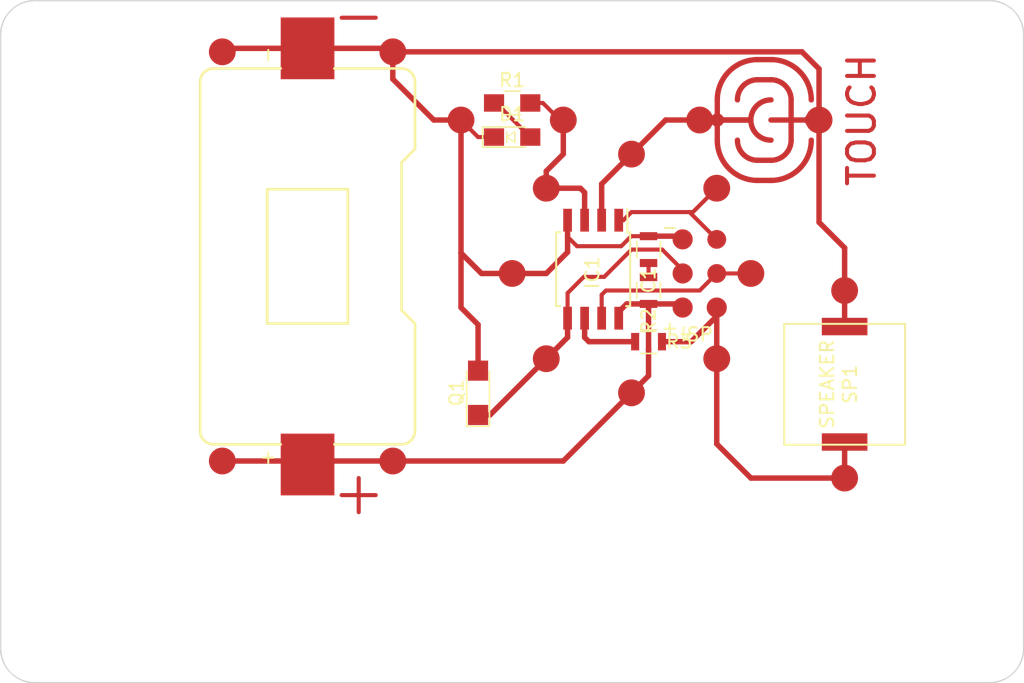
<source format=kicad_pcb>
(kicad_pcb (version 4) (host pcbnew 4.0.6)

  (general
    (links 41)
    (no_connects 3)
    (area 122.758999 58.877999 199.059001 109.778001)
    (thickness 1.6)
    (drawings 11)
    (tracks 109)
    (zones 0)
    (modules 29)
    (nets 10)
  )

  (page USLetter)
  (layers
    (0 F.Cu signal)
    (31 B.Cu signal)
    (32 B.Adhes user)
    (33 F.Adhes user)
    (34 B.Paste user)
    (35 F.Paste user)
    (36 B.SilkS user)
    (37 F.SilkS user)
    (38 B.Mask user)
    (39 F.Mask user)
    (40 Dwgs.User user)
    (41 Cmts.User user)
    (42 Eco1.User user)
    (43 Eco2.User user)
    (44 Edge.Cuts user)
    (45 Margin user)
    (46 B.CrtYd user)
    (47 F.CrtYd user)
    (48 B.Fab user)
    (49 F.Fab user)
  )

  (setup
    (last_trace_width 0.4064)
    (user_trace_width 0.254)
    (user_trace_width 0.3048)
    (user_trace_width 0.4064)
    (user_trace_width 0.6096)
    (trace_clearance 0.2)
    (zone_clearance 0.508)
    (zone_45_only no)
    (trace_min 0.2)
    (segment_width 0.2)
    (edge_width 0.1)
    (via_size 0.6)
    (via_drill 0.4)
    (via_min_size 0.4)
    (via_min_drill 0.3)
    (uvia_size 0.3)
    (uvia_drill 0.1)
    (uvias_allowed no)
    (uvia_min_size 0.2)
    (uvia_min_drill 0.1)
    (pcb_text_width 0.3)
    (pcb_text_size 1.27 1.27)
    (mod_edge_width 0.15)
    (mod_text_size 1.016 1.016)
    (mod_text_width 0.127)
    (pad_size 1.5 1.5)
    (pad_drill 0)
    (pad_to_mask_clearance 0)
    (aux_axis_origin 111.76 109.855)
    (grid_origin 0.889 0.508)
    (visible_elements 7FFFFFFF)
    (pcbplotparams
      (layerselection 0x010a0_00000001)
      (usegerberextensions true)
      (excludeedgelayer true)
      (linewidth 0.100000)
      (plotframeref false)
      (viasonmask false)
      (mode 1)
      (useauxorigin false)
      (hpglpennumber 1)
      (hpglpenspeed 20)
      (hpglpendiameter 15)
      (hpglpenoverlay 2)
      (psnegative false)
      (psa4output false)
      (plotreference true)
      (plotvalue true)
      (plotinvisibletext false)
      (padsonsilk false)
      (subtractmaskfromsilk false)
      (outputformat 1)
      (mirror false)
      (drillshape 0)
      (scaleselection 1)
      (outputdirectory gerbers/))
  )

  (net 0 "")
  (net 1 GND)
  (net 2 +BATT)
  (net 3 /RST)
  (net 4 /D3)
  (net 5 /D4)
  (net 6 "Net-(D1-Pad2)")
  (net 7 /D1)
  (net 8 /D2)
  (net 9 /D0)

  (net_class Default "This is the default net class."
    (clearance 0.2)
    (trace_width 0.25)
    (via_dia 0.6)
    (via_drill 0.4)
    (uvia_dia 0.3)
    (uvia_drill 0.1)
    (add_net +BATT)
    (add_net /D0)
    (add_net /D1)
    (add_net /D2)
    (add_net /D3)
    (add_net /D4)
    (add_net /RST)
    (add_net GND)
    (add_net "Net-(D1-Pad2)")
  )

  (module myFootPrints:SW_SMD_TOUCH (layer F.Cu) (tedit 5C9BABF6) (tstamp 5A94E024)
    (at 178.689 67.818 270)
    (path /5A7D01B3)
    (fp_text reference J1 (at 0.127 4.572 270) (layer F.SilkS) hide
      (effects (font (size 1.016 1.016) (thickness 0.2032)))
    )
    (fp_text value TOUCH (at 0.254 -4.572 270) (layer F.SilkS) hide
      (effects (font (size 1.016 1.016) (thickness 0.254)))
    )
    (fp_line (start 0 -1.5) (end 0 -4.5) (layer F.Cu) (width 0.4))
    (fp_line (start 0 2.5) (end 0 0) (layer F.Cu) (width 0.4))
    (fp_line (start -1.5 2.5) (end 1.5 2.5) (layer F.Cu) (width 0.4))
    (fp_line (start -4.5 -0.5) (end -4.5 -1.5) (layer F.Cu) (width 0.4))
    (fp_line (start 4.5 -0.5) (end 4.5 -1.5) (layer F.Cu) (width 0.4))
    (fp_arc (start -1.5 -1.5) (end -4.5 -1.5) (angle 90) (layer F.Cu) (width 0.4))
    (fp_arc (start -1.5 -0.5) (end -1.5 2.5) (angle 90) (layer F.Cu) (width 0.4))
    (fp_arc (start 1.5 -1.5) (end 1.5 -4.5) (angle 90) (layer F.Cu) (width 0.4))
    (fp_arc (start 1.5 -0.5) (end 4.5 -0.5) (angle 90) (layer F.Cu) (width 0.4))
    (fp_line (start 3 -1.5) (end 3 -0.5) (layer F.Cu) (width 0.4))
    (fp_line (start -3 -1.5) (end -3 -0.5) (layer F.Cu) (width 0.4))
    (fp_arc (start -1.5 -0.5) (end -1.5 1) (angle 90) (layer F.Cu) (width 0.4))
    (fp_arc (start 1.5 -0.5) (end 3 -0.5) (angle 90) (layer F.Cu) (width 0.4))
    (fp_line (start -1.5 -3) (end 1.5 -3) (layer F.Cu) (width 0.4))
    (fp_arc (start 0 -1.5) (end 0 0) (angle 90) (layer F.Cu) (width 0.4))
    (fp_arc (start 0 -1.5) (end 1.5 -1.5) (angle 90) (layer F.Cu) (width 0.4))
    (fp_arc (start 1.5 -1.5) (end 1.5 -3) (angle 90) (layer F.Cu) (width 0.4))
    (fp_arc (start -1.5 -1.5) (end -3 -1.5) (angle 90) (layer F.Cu) (width 0.4))
    (pad 2 smd circle (at 0 2.5 270) (size 1 1) (layers F.Cu)
      (net 4 /D3))
    (pad 1 smd circle (at 0 -4.5 270) (size 1 1) (layers F.Cu)
      (net 1 GND))
  )

  (module footprints:SewPad (layer F.Cu) (tedit 5C9A7292) (tstamp 5C9A863A)
    (at 152.019 93.218)
    (descr "Through hole angled pin header, 1x01, 1.00mm pitch, 2.0mm pin length, single row")
    (tags "Through hole angled pin header THT 1x01 1.00mm single row")
    (path /5C9A7C13)
    (fp_text reference JB1 (at 0 -0.25) (layer F.SilkS) hide
      (effects (font (size 0.5 0.5) (thickness 0.125)))
    )
    (fp_text value PAD (at 0 0.5) (layer F.Fab)
      (effects (font (size 0.6 0.6) (thickness 0.15)))
    )
    (pad 1 smd circle (at 0 0) (size 2 2) (layers F.Cu F.Mask)
      (net 2 +BATT))
    (model ${KISYS3DMOD}/Pin_Headers.3dshapes/Pin_Header_Angled_1x01_Pitch1.00mm.wrl
      (at (xyz 0 0 0))
      (scale (xyz 1 1 1))
      (rotate (xyz 0 0 0))
    )
  )

  (module footprints:SewPad (layer F.Cu) (tedit 5C9A7292) (tstamp 5C9A860B)
    (at 139.319 62.738)
    (descr "Through hole angled pin header, 1x01, 1.00mm pitch, 2.0mm pin length, single row")
    (tags "Through hole angled pin header THT 1x01 1.00mm single row")
    (path /5C9A7CEA)
    (fp_text reference JB2 (at 0 -0.25) (layer F.SilkS) hide
      (effects (font (size 0.5 0.5) (thickness 0.125)))
    )
    (fp_text value PAD (at 0 0.5) (layer F.Fab)
      (effects (font (size 0.6 0.6) (thickness 0.15)))
    )
    (pad 1 smd circle (at 0 0) (size 2 2) (layers F.Cu F.Mask)
      (net 1 GND))
    (model ${KISYS3DMOD}/Pin_Headers.3dshapes/Pin_Header_Angled_1x01_Pitch1.00mm.wrl
      (at (xyz 0 0 0))
      (scale (xyz 1 1 1))
      (rotate (xyz 0 0 0))
    )
  )

  (module footprints:Pin_Header_Straight_2x03_Pitch2.54mm (layer F.Cu) (tedit 5C9B8E35) (tstamp 5A7BED43)
    (at 176.149 81.788 180)
    (descr "Through hole straight pin header, 2x03, 2.54mm pitch, double rows")
    (tags "Through hole pin header THT 2x03 2.54mm double row")
    (path /561A9A26)
    (fp_text reference CON1 (at 1.2 2.5 270) (layer F.SilkS) hide
      (effects (font (size 1 1) (thickness 0.15)))
    )
    (fp_text value ISP (at 1.5 -2 180) (layer F.SilkS)
      (effects (font (size 1 1) (thickness 0.15)))
    )
    (fp_text user - (at 3.5 6 180) (layer F.SilkS)
      (effects (font (size 1 1) (thickness 0.15)))
    )
    (fp_text user + (at 3.5 -1.5 180) (layer F.SilkS)
      (effects (font (size 1 1) (thickness 0.15)))
    )
    (fp_line (start 0 -1.27) (end 3.81 -1.27) (layer F.Fab) (width 0.1))
    (fp_line (start 3.81 -1.27) (end 3.81 6.35) (layer F.Fab) (width 0.1))
    (fp_line (start 3.81 6.35) (end -1.27 6.35) (layer F.Fab) (width 0.1))
    (fp_line (start -1.27 6.35) (end -1.27 0) (layer F.Fab) (width 0.1))
    (fp_line (start -1.27 0) (end 0 -1.27) (layer F.Fab) (width 0.1))
    (fp_line (start -1.8 -1.8) (end -1.8 6.85) (layer F.CrtYd) (width 0.05))
    (fp_line (start -1.8 6.85) (end 4.35 6.85) (layer F.CrtYd) (width 0.05))
    (fp_line (start 4.35 6.85) (end 4.35 -1.8) (layer F.CrtYd) (width 0.05))
    (fp_line (start 4.35 -1.8) (end -1.8 -1.8) (layer F.CrtYd) (width 0.05))
    (fp_text user %R (at 1.27 2.54 270) (layer F.Fab)
      (effects (font (size 1 1) (thickness 0.15)))
    )
    (pad 1 smd circle (at 0 0 180) (size 1.5 1.5) (layers F.Cu)
      (net 7 /D1))
    (pad 2 smd oval (at 2.54 0 180) (size 1.5 1.5) (layers F.Cu)
      (net 2 +BATT))
    (pad 3 smd circle (at 0 2.54 180) (size 1.4 1.4) (layers F.Cu)
      (net 8 /D2))
    (pad 4 smd oval (at 2.54 2.54 180) (size 1.5 1.5) (layers F.Cu)
      (net 9 /D0))
    (pad 5 smd circle (at 0 5.08 180) (size 1.4 1.4) (layers F.Cu)
      (net 3 /RST))
    (pad 6 smd circle (at 2.54 5.08 180) (size 1.5 1.5) (layers F.Cu)
      (net 1 GND))
  )

  (module Resistors_SMD:R_0805 (layer F.Cu) (tedit 5C9A81B7) (tstamp 5C9A81AC)
    (at 171.069 77.47 270)
    (descr "Resistor SMD 0805, reflow soldering, Vishay (see dcrcw.pdf)")
    (tags "resistor 0805")
    (path /553FDF53)
    (attr smd)
    (fp_text reference C1 (at 2.286 0 270) (layer F.SilkS)
      (effects (font (size 1 1) (thickness 0.15)))
    )
    (fp_text value "0.1 uF" (at 0 1.75 270) (layer F.Fab)
      (effects (font (size 1 1) (thickness 0.15)))
    )
    (fp_text user %R (at 0 0 270) (layer F.Fab)
      (effects (font (size 0.5 0.5) (thickness 0.075)))
    )
    (fp_line (start -1 0.62) (end -1 -0.62) (layer F.Fab) (width 0.1))
    (fp_line (start 1 0.62) (end -1 0.62) (layer F.Fab) (width 0.1))
    (fp_line (start 1 -0.62) (end 1 0.62) (layer F.Fab) (width 0.1))
    (fp_line (start -1 -0.62) (end 1 -0.62) (layer F.Fab) (width 0.1))
    (fp_line (start 0.6 0.88) (end -0.6 0.88) (layer F.SilkS) (width 0.12))
    (fp_line (start -0.6 -0.88) (end 0.6 -0.88) (layer F.SilkS) (width 0.12))
    (fp_line (start -1.55 -0.9) (end 1.55 -0.9) (layer F.CrtYd) (width 0.05))
    (fp_line (start -1.55 -0.9) (end -1.55 0.9) (layer F.CrtYd) (width 0.05))
    (fp_line (start 1.55 0.9) (end 1.55 -0.9) (layer F.CrtYd) (width 0.05))
    (fp_line (start 1.55 0.9) (end -1.55 0.9) (layer F.CrtYd) (width 0.05))
    (pad 1 smd rect (at -1 0 270) (size 0.6 1.3) (layers F.Cu F.Paste F.Mask)
      (net 1 GND))
    (pad 2 smd rect (at 1 0 270) (size 0.6 1.3) (layers F.Cu F.Paste F.Mask)
      (net 2 +BATT))
    (model ${KISYS3DMOD}/Resistors_SMD.3dshapes/R_0805.wrl
      (at (xyz 0 0 0))
      (scale (xyz 1 1 1))
      (rotate (xyz 0 0 0))
    )
  )

  (module Resistors_SMD:R_0805 (layer F.Cu) (tedit 5C99664C) (tstamp 5C9A7BCD)
    (at 171.069 80.518 270)
    (descr "Resistor SMD 0805, reflow soldering, Vishay (see dcrcw.pdf)")
    (tags "resistor 0805")
    (path /5C9B9776)
    (attr smd)
    (fp_text reference R2 (at 2.286 0 270) (layer F.SilkS)
      (effects (font (size 1 1) (thickness 0.15)))
    )
    (fp_text value 0 (at 0 1.75 270) (layer F.Fab)
      (effects (font (size 1 1) (thickness 0.15)))
    )
    (fp_text user %R (at 0 0 270) (layer F.Fab)
      (effects (font (size 0.5 0.5) (thickness 0.075)))
    )
    (fp_line (start -1 0.62) (end -1 -0.62) (layer F.Fab) (width 0.1))
    (fp_line (start 1 0.62) (end -1 0.62) (layer F.Fab) (width 0.1))
    (fp_line (start 1 -0.62) (end 1 0.62) (layer F.Fab) (width 0.1))
    (fp_line (start -1 -0.62) (end 1 -0.62) (layer F.Fab) (width 0.1))
    (fp_line (start 0.6 0.88) (end -0.6 0.88) (layer F.SilkS) (width 0.12))
    (fp_line (start -0.6 -0.88) (end 0.6 -0.88) (layer F.SilkS) (width 0.12))
    (fp_line (start -1.55 -0.9) (end 1.55 -0.9) (layer F.CrtYd) (width 0.05))
    (fp_line (start -1.55 -0.9) (end -1.55 0.9) (layer F.CrtYd) (width 0.05))
    (fp_line (start 1.55 0.9) (end 1.55 -0.9) (layer F.CrtYd) (width 0.05))
    (fp_line (start 1.55 0.9) (end -1.55 0.9) (layer F.CrtYd) (width 0.05))
    (pad 1 smd rect (at -1 0 270) (size 0.6 1.3) (layers F.Cu F.Paste F.Mask)
      (net 2 +BATT))
    (pad 2 smd rect (at 1 0 270) (size 0.6 1.3) (layers F.Cu F.Paste F.Mask)
      (net 2 +BATT))
    (model ${KISYS3DMOD}/Resistors_SMD.3dshapes/R_0805.wrl
      (at (xyz 0 0 0))
      (scale (xyz 1 1 1))
      (rotate (xyz 0 0 0))
    )
  )

  (module Resistors_SMD:R_0805 (layer F.Cu) (tedit 5C9B897D) (tstamp 5C8A8B15)
    (at 171.069 84.328)
    (descr "Resistor SMD 0805, reflow soldering, Vishay (see dcrcw.pdf)")
    (tags "resistor 0805")
    (path /5C8A8E71)
    (attr smd)
    (fp_text reference R3 (at 2.286 0) (layer F.SilkS)
      (effects (font (size 1 1) (thickness 0.15)))
    )
    (fp_text value 0 (at 0 1.75) (layer F.Fab)
      (effects (font (size 1 1) (thickness 0.15)))
    )
    (fp_text user %R (at 0 0) (layer F.Fab)
      (effects (font (size 0.5 0.5) (thickness 0.075)))
    )
    (fp_line (start -1 0.62) (end -1 -0.62) (layer F.Fab) (width 0.1))
    (fp_line (start 1 0.62) (end -1 0.62) (layer F.Fab) (width 0.1))
    (fp_line (start 1 -0.62) (end 1 0.62) (layer F.Fab) (width 0.1))
    (fp_line (start -1 -0.62) (end 1 -0.62) (layer F.Fab) (width 0.1))
    (fp_line (start 0.6 0.88) (end -0.6 0.88) (layer F.SilkS) (width 0.12))
    (fp_line (start -0.6 -0.88) (end 0.6 -0.88) (layer F.SilkS) (width 0.12))
    (fp_line (start -1.55 -0.9) (end 1.55 -0.9) (layer F.CrtYd) (width 0.05))
    (fp_line (start -1.55 -0.9) (end -1.55 0.9) (layer F.CrtYd) (width 0.05))
    (fp_line (start 1.55 0.9) (end 1.55 -0.9) (layer F.CrtYd) (width 0.05))
    (fp_line (start 1.55 0.9) (end -1.55 0.9) (layer F.CrtYd) (width 0.05))
    (pad 1 smd rect (at -1 0) (size 0.6 1.3) (layers F.Cu F.Paste F.Mask)
      (net 7 /D1))
    (pad 2 smd rect (at 1 0) (size 0.6 1.3) (layers F.Cu F.Paste F.Mask)
      (net 7 /D1))
    (model ${KISYS3DMOD}/Resistors_SMD.3dshapes/R_0805.wrl
      (at (xyz 0 0 0))
      (scale (xyz 1 1 1))
      (rotate (xyz 0 0 0))
    )
  )

  (module BATT_BA2032SM (layer F.Cu) (tedit 5C9A887A) (tstamp 5A83A7E3)
    (at 145.669 77.978 90)
    (tags battery)
    (path /553F9619)
    (fp_text reference BT1 (at 0 5 90) (layer F.SilkS) hide
      (effects (font (size 1.72974 1.08712) (thickness 0.27178)))
    )
    (fp_text value Battery (at 0 -5 90) (layer F.SilkS) hide
      (effects (font (size 1.524 1.016) (thickness 0.254)))
    )
    (fp_line (start 4 3) (end 5 3) (layer F.SilkS) (width 0.2))
    (fp_line (start 5 3) (end 5 -3) (layer F.SilkS) (width 0.2))
    (fp_line (start 5 -3) (end 4 -3) (layer F.SilkS) (width 0.2))
    (fp_line (start 0 -3) (end -5 -3) (layer F.SilkS) (width 0.2))
    (fp_line (start -5 -3) (end -5 3) (layer F.SilkS) (width 0.2))
    (fp_line (start -5 3) (end 4 3) (layer F.SilkS) (width 0.2))
    (fp_line (start 4 -3) (end 0 -3) (layer F.SilkS) (width 0.2))
    (fp_circle (center 0 0) (end 0 -10) (layer F.CrtYd) (width 0.2))
    (fp_text user - (at 15 -3 90) (layer F.SilkS)
      (effects (font (size 1 1) (thickness 0.15)))
    )
    (fp_text user + (at -15 -3 90) (layer F.SilkS)
      (effects (font (size 1 1) (thickness 0.15)))
    )
    (fp_line (start -5 8) (end -13 8) (layer F.SilkS) (width 0.2))
    (fp_line (start 8 8) (end 13 8) (layer F.SilkS) (width 0.2))
    (fp_line (start -5 8) (end -4 7) (layer F.SilkS) (width 0.2))
    (fp_line (start -4 7) (end 7 7) (layer F.SilkS) (width 0.2))
    (fp_line (start 7 7) (end 8 8) (layer F.SilkS) (width 0.2))
    (fp_line (start -14 2) (end -14 7) (layer F.SilkS) (width 0.2))
    (fp_line (start 14 2) (end 14 7) (layer F.SilkS) (width 0.2))
    (fp_line (start -13 -8) (end 13 -8) (layer F.SilkS) (width 0.2))
    (fp_line (start -14 -2) (end -14 -7) (layer F.SilkS) (width 0.2))
    (fp_arc (start 13 -7) (end 13 -8) (angle 90) (layer F.SilkS) (width 0.2))
    (fp_arc (start 13 7) (end 14 7) (angle 90) (layer F.SilkS) (width 0.2))
    (fp_arc (start -13 7) (end -13 8) (angle 90) (layer F.SilkS) (width 0.2))
    (fp_arc (start -13 -7) (end -14 -7) (angle 90) (layer F.SilkS) (width 0.2))
    (fp_line (start 14 -2) (end 14 -7) (layer F.SilkS) (width 0.2))
    (pad 1 smd rect (at -15.5 0 90) (size 4.6 4) (layers F.Cu F.Paste F.Mask)
      (net 2 +BATT))
    (pad 2 smd rect (at 15.5 0 90) (size 4.6 4) (layers F.Cu F.Paste F.Mask)
      (net 1 GND))
  )

  (module LEDs:LED_0805_HandSoldering (layer F.Cu) (tedit 5A9E0B35) (tstamp 5A94E010)
    (at 160.909 69.088)
    (descr "Resistor SMD 0805, hand soldering")
    (tags "resistor 0805")
    (path /561BE7BF)
    (attr smd)
    (fp_text reference D1 (at 0 -1.7) (layer F.SilkS)
      (effects (font (size 1 1) (thickness 0.15)))
    )
    (fp_text value LED (at 0 1.75) (layer F.Fab)
      (effects (font (size 1 1) (thickness 0.15)))
    )
    (fp_line (start -0.4 -0.4) (end -0.4 0.4) (layer F.SilkS) (width 0.1))
    (fp_line (start -0.4 0) (end 0.2 -0.4) (layer F.SilkS) (width 0.1))
    (fp_line (start 0.2 0.4) (end -0.4 0) (layer F.SilkS) (width 0.1))
    (fp_line (start 0.2 -0.4) (end 0.2 0.4) (layer F.SilkS) (width 0.1))
    (fp_line (start -1 0.62) (end -1 -0.62) (layer F.Fab) (width 0.1))
    (fp_line (start 1 0.62) (end -1 0.62) (layer F.Fab) (width 0.1))
    (fp_line (start 1 -0.62) (end 1 0.62) (layer F.Fab) (width 0.1))
    (fp_line (start -1 -0.62) (end 1 -0.62) (layer F.Fab) (width 0.1))
    (fp_line (start 1 0.75) (end -2.2 0.75) (layer F.SilkS) (width 0.12))
    (fp_line (start -2.2 -0.75) (end 1 -0.75) (layer F.SilkS) (width 0.12))
    (fp_line (start -2.35 -0.9) (end 2.35 -0.9) (layer F.CrtYd) (width 0.05))
    (fp_line (start -2.35 -0.9) (end -2.35 0.9) (layer F.CrtYd) (width 0.05))
    (fp_line (start 2.35 0.9) (end 2.35 -0.9) (layer F.CrtYd) (width 0.05))
    (fp_line (start 2.35 0.9) (end -2.35 0.9) (layer F.CrtYd) (width 0.05))
    (fp_line (start -2.2 -0.75) (end -2.2 0.75) (layer F.SilkS) (width 0.12))
    (pad 1 smd rect (at -1.35 0) (size 1.5 1.3) (layers F.Cu F.Paste F.Mask)
      (net 1 GND))
    (pad 2 smd rect (at 1.35 0) (size 1.5 1.3) (layers F.Cu F.Paste F.Mask)
      (net 6 "Net-(D1-Pad2)"))
    (model ${KISYS3DMOD}/LEDs.3dshapes/LED_0805.wrl
      (at (xyz 0 0 0))
      (scale (xyz 1 1 1))
      (rotate (xyz 0 0 0))
    )
  )

  (module footprints:SOIJ-8_5.3x5.3mm_Pitch1.27mm (layer F.Cu) (tedit 5A94E6CD) (tstamp 5A94DD7A)
    (at 166.9415 78.9305 270)
    (descr "8-Lead Plastic Small Outline (SM) - Medium, 5.28 mm Body [SOIC] (see Microchip Packaging Specification 00000049BS.pdf)")
    (tags "SOIC 1.27")
    (path /553EFD0A)
    (attr smd)
    (fp_text reference IC1 (at 0.265 0.06 270) (layer F.SilkS)
      (effects (font (size 1 1) (thickness 0.15)))
    )
    (fp_text value ATTINY85 (at 0 3.68 270) (layer F.Fab)
      (effects (font (size 1 1) (thickness 0.15)))
    )
    (fp_text user %R (at 0 0 270) (layer F.Fab)
      (effects (font (size 1 1) (thickness 0.15)))
    )
    (fp_line (start -1.65 -2.65) (end 2.65 -2.65) (layer F.Fab) (width 0.15))
    (fp_line (start 2.65 -2.65) (end 2.65 2.65) (layer F.Fab) (width 0.15))
    (fp_line (start 2.65 2.65) (end -2.65 2.65) (layer F.Fab) (width 0.15))
    (fp_line (start -2.65 2.65) (end -2.65 -1.65) (layer F.Fab) (width 0.15))
    (fp_line (start -2.65 -1.65) (end -1.65 -2.65) (layer F.Fab) (width 0.15))
    (fp_line (start -4.75 -2.95) (end -4.75 2.95) (layer F.CrtYd) (width 0.05))
    (fp_line (start 4.75 -2.95) (end 4.75 2.95) (layer F.CrtYd) (width 0.05))
    (fp_line (start -4.75 -2.95) (end 4.75 -2.95) (layer F.CrtYd) (width 0.05))
    (fp_line (start -4.75 2.95) (end 4.75 2.95) (layer F.CrtYd) (width 0.05))
    (fp_line (start -2.75 -2.755) (end -2.75 -2.55) (layer F.SilkS) (width 0.15))
    (fp_line (start 2.75 -2.755) (end 2.75 -2.455) (layer F.SilkS) (width 0.15))
    (fp_line (start 2.75 2.755) (end 2.75 2.455) (layer F.SilkS) (width 0.15))
    (fp_line (start -2.75 2.755) (end -2.75 2.455) (layer F.SilkS) (width 0.15))
    (fp_line (start -2.75 -2.755) (end 2.75 -2.755) (layer F.SilkS) (width 0.15))
    (fp_line (start -2.75 2.755) (end 2.75 2.755) (layer F.SilkS) (width 0.15))
    (fp_line (start -2.75 -2.55) (end -4.5 -2.55) (layer F.SilkS) (width 0.15))
    (pad 1 smd rect (at -3.65 -1.905 270) (size 1.7 0.65) (layers F.Cu F.Paste F.Mask)
      (net 3 /RST))
    (pad 2 smd rect (at -3.65 -0.635 270) (size 1.7 0.65) (layers F.Cu F.Paste F.Mask)
      (net 4 /D3))
    (pad 3 smd rect (at -3.65 0.635 270) (size 1.7 0.65) (layers F.Cu F.Paste F.Mask)
      (net 5 /D4))
    (pad 4 smd rect (at -3.65 1.905 270) (size 1.7 0.65) (layers F.Cu F.Paste F.Mask)
      (net 1 GND))
    (pad 5 smd rect (at 3.65 1.905 270) (size 1.7 0.65) (layers F.Cu F.Paste F.Mask)
      (net 9 /D0))
    (pad 6 smd rect (at 3.65 0.635 270) (size 1.7 0.65) (layers F.Cu F.Paste F.Mask)
      (net 7 /D1))
    (pad 7 smd rect (at 3.65 -0.635 270) (size 1.7 0.65) (layers F.Cu F.Paste F.Mask)
      (net 8 /D2))
    (pad 8 smd rect (at 3.65 -1.905 270) (size 1.7 0.65) (layers F.Cu F.Paste F.Mask)
      (net 2 +BATT))
    (model ${KISYS3DMOD}/Housings_SOIC.3dshapes/SOIJ-8_5.3x5.3mm_Pitch1.27mm.wrl
      (at (xyz 0 0 0))
      (scale (xyz 1 1 1))
      (rotate (xyz 0 0 0))
    )
  )

  (module Resistors_SMD:R_0805_HandSoldering (layer F.Cu) (tedit 58E0A804) (tstamp 5A94E034)
    (at 160.909 66.548)
    (descr "Resistor SMD 0805, hand soldering")
    (tags "resistor 0805")
    (path /561BE85C)
    (attr smd)
    (fp_text reference R1 (at 0 -1.7) (layer F.SilkS)
      (effects (font (size 1 1) (thickness 0.15)))
    )
    (fp_text value 330 (at 0 1.75) (layer F.Fab)
      (effects (font (size 1 1) (thickness 0.15)))
    )
    (fp_text user %R (at 0 0) (layer F.Fab)
      (effects (font (size 0.5 0.5) (thickness 0.075)))
    )
    (fp_line (start -1 0.62) (end -1 -0.62) (layer F.Fab) (width 0.1))
    (fp_line (start 1 0.62) (end -1 0.62) (layer F.Fab) (width 0.1))
    (fp_line (start 1 -0.62) (end 1 0.62) (layer F.Fab) (width 0.1))
    (fp_line (start -1 -0.62) (end 1 -0.62) (layer F.Fab) (width 0.1))
    (fp_line (start 0.6 0.88) (end -0.6 0.88) (layer F.SilkS) (width 0.12))
    (fp_line (start -0.6 -0.88) (end 0.6 -0.88) (layer F.SilkS) (width 0.12))
    (fp_line (start -2.35 -0.9) (end 2.35 -0.9) (layer F.CrtYd) (width 0.05))
    (fp_line (start -2.35 -0.9) (end -2.35 0.9) (layer F.CrtYd) (width 0.05))
    (fp_line (start 2.35 0.9) (end 2.35 -0.9) (layer F.CrtYd) (width 0.05))
    (fp_line (start 2.35 0.9) (end -2.35 0.9) (layer F.CrtYd) (width 0.05))
    (pad 1 smd rect (at -1.35 0) (size 1.5 1.3) (layers F.Cu F.Paste F.Mask)
      (net 6 "Net-(D1-Pad2)"))
    (pad 2 smd rect (at 1.35 0) (size 1.5 1.3) (layers F.Cu F.Paste F.Mask)
      (net 5 /D4))
    (model ${KISYS3DMOD}/Resistors_SMD.3dshapes/R_0805.wrl
      (at (xyz 0 0 0))
      (scale (xyz 1 1 1))
      (rotate (xyz 0 0 0))
    )
  )

  (module footprints:PS1240_piezo (layer F.Cu) (tedit 5A7D0A37) (tstamp 5C9A6FE2)
    (at 185.674 87.503 270)
    (descr "piezo speaker 12 mm")
    (tags "buzzer speaker piezo")
    (path /561A890F)
    (fp_text reference SP1 (at 0 -0.4 270) (layer F.SilkS)
      (effects (font (size 1 1) (thickness 0.15)))
    )
    (fp_text value SPEAKER (at 0 1.3 270) (layer F.SilkS)
      (effects (font (size 1 1) (thickness 0.15)))
    )
    (fp_line (start -4.5 -4.5) (end -4.5 4.5) (layer F.SilkS) (width 0.15))
    (fp_line (start -4.5 4.5) (end 4.5 4.5) (layer F.SilkS) (width 0.15))
    (fp_line (start 4.5 4.5) (end 4.5 -4.5) (layer F.SilkS) (width 0.15))
    (fp_line (start 4.5 -4.5) (end -4.5 -4.5) (layer F.SilkS) (width 0.15))
    (pad 1 smd rect (at -4.3 0 270) (size 1.3 3.4) (layers F.Cu F.Paste F.Mask)
      (net 1 GND))
    (pad 2 smd rect (at 4.3 0 270) (size 1.3 3.4) (layers F.Cu F.Paste F.Mask)
      (net 7 /D1))
  )

  (module footprints:SewPad (layer F.Cu) (tedit 5C9A7292) (tstamp 5C9A7443)
    (at 139.319 93.218)
    (descr "Through hole angled pin header, 1x01, 1.00mm pitch, 2.0mm pin length, single row")
    (tags "Through hole angled pin header THT 1x01 1.00mm single row")
    (path /5C9A7C13)
    (fp_text reference JB1 (at 0 -0.25) (layer F.SilkS) hide
      (effects (font (size 0.5 0.5) (thickness 0.125)))
    )
    (fp_text value PAD (at 0 0.5) (layer F.Fab)
      (effects (font (size 0.6 0.6) (thickness 0.15)))
    )
    (pad 1 smd circle (at 0 0) (size 2 2) (layers F.Cu F.Mask)
      (net 2 +BATT))
    (model ${KISYS3DMOD}/Pin_Headers.3dshapes/Pin_Header_Angled_1x01_Pitch1.00mm.wrl
      (at (xyz 0 0 0))
      (scale (xyz 1 1 1))
      (rotate (xyz 0 0 0))
    )
  )

  (module footprints:SewPad (layer F.Cu) (tedit 5C9A7292) (tstamp 5C9A7448)
    (at 152.019 62.738)
    (descr "Through hole angled pin header, 1x01, 1.00mm pitch, 2.0mm pin length, single row")
    (tags "Through hole angled pin header THT 1x01 1.00mm single row")
    (path /5C9A7CEA)
    (fp_text reference JB2 (at 0 -0.25) (layer F.SilkS) hide
      (effects (font (size 0.5 0.5) (thickness 0.125)))
    )
    (fp_text value PAD (at 0 0.5) (layer F.Fab)
      (effects (font (size 0.6 0.6) (thickness 0.15)))
    )
    (pad 1 smd circle (at 0 0) (size 2 2) (layers F.Cu F.Mask)
      (net 1 GND))
    (model ${KISYS3DMOD}/Pin_Headers.3dshapes/Pin_Header_Angled_1x01_Pitch1.00mm.wrl
      (at (xyz 0 0 0))
      (scale (xyz 1 1 1))
      (rotate (xyz 0 0 0))
    )
  )

  (module footprints:SewPad (layer F.Cu) (tedit 5C9A7292) (tstamp 5C9A744D)
    (at 164.719 67.818)
    (descr "Through hole angled pin header, 1x01, 1.00mm pitch, 2.0mm pin length, single row")
    (tags "Through hole angled pin header THT 1x01 1.00mm single row")
    (path /5C9A7290)
    (fp_text reference JL1 (at 0 -0.25) (layer F.SilkS) hide
      (effects (font (size 0.5 0.5) (thickness 0.125)))
    )
    (fp_text value PAD (at 0 0.5) (layer F.Fab)
      (effects (font (size 0.6 0.6) (thickness 0.15)))
    )
    (pad 1 smd circle (at 0 0) (size 2 2) (layers F.Cu F.Mask)
      (net 5 /D4))
    (model ${KISYS3DMOD}/Pin_Headers.3dshapes/Pin_Header_Angled_1x01_Pitch1.00mm.wrl
      (at (xyz 0 0 0))
      (scale (xyz 1 1 1))
      (rotate (xyz 0 0 0))
    )
  )

  (module footprints:SewPad (layer F.Cu) (tedit 5C9A7292) (tstamp 5C9A7452)
    (at 157.099 67.818)
    (descr "Through hole angled pin header, 1x01, 1.00mm pitch, 2.0mm pin length, single row")
    (tags "Through hole angled pin header THT 1x01 1.00mm single row")
    (path /5C9A7595)
    (fp_text reference JL2 (at 0 -0.25) (layer F.SilkS) hide
      (effects (font (size 0.5 0.5) (thickness 0.125)))
    )
    (fp_text value PAD (at 0 0.5) (layer F.Fab)
      (effects (font (size 0.6 0.6) (thickness 0.15)))
    )
    (pad 1 smd circle (at 0 0) (size 2 2) (layers F.Cu F.Mask)
      (net 1 GND))
    (model ${KISYS3DMOD}/Pin_Headers.3dshapes/Pin_Header_Angled_1x01_Pitch1.00mm.wrl
      (at (xyz 0 0 0))
      (scale (xyz 1 1 1))
      (rotate (xyz 0 0 0))
    )
  )

  (module footprints:SewPad (layer F.Cu) (tedit 5C9A7292) (tstamp 5C9A7457)
    (at 169.799 88.138)
    (descr "Through hole angled pin header, 1x01, 1.00mm pitch, 2.0mm pin length, single row")
    (tags "Through hole angled pin header THT 1x01 1.00mm single row")
    (path /5C9A827C)
    (fp_text reference JP1 (at 0 -0.25) (layer F.SilkS) hide
      (effects (font (size 0.5 0.5) (thickness 0.125)))
    )
    (fp_text value PAD (at 0 0.5) (layer F.Fab)
      (effects (font (size 0.6 0.6) (thickness 0.15)))
    )
    (pad 1 smd circle (at 0 0) (size 2 2) (layers F.Cu F.Mask)
      (net 2 +BATT))
    (model ${KISYS3DMOD}/Pin_Headers.3dshapes/Pin_Header_Angled_1x01_Pitch1.00mm.wrl
      (at (xyz 0 0 0))
      (scale (xyz 1 1 1))
      (rotate (xyz 0 0 0))
    )
  )

  (module footprints:SewPad (layer F.Cu) (tedit 5C9A7292) (tstamp 5C9A745C)
    (at 160.909 79.248)
    (descr "Through hole angled pin header, 1x01, 1.00mm pitch, 2.0mm pin length, single row")
    (tags "Through hole angled pin header THT 1x01 1.00mm single row")
    (path /5C9A863D)
    (fp_text reference JP2 (at 0 -0.25) (layer F.SilkS) hide
      (effects (font (size 0.5 0.5) (thickness 0.125)))
    )
    (fp_text value CONN_01X01 (at 0 0.5) (layer F.Fab)
      (effects (font (size 0.6 0.6) (thickness 0.15)))
    )
    (pad 1 smd circle (at 0 0) (size 2 2) (layers F.Cu F.Mask)
      (net 1 GND))
    (model ${KISYS3DMOD}/Pin_Headers.3dshapes/Pin_Header_Angled_1x01_Pitch1.00mm.wrl
      (at (xyz 0 0 0))
      (scale (xyz 1 1 1))
      (rotate (xyz 0 0 0))
    )
  )

  (module footprints:SewPad (layer F.Cu) (tedit 5C9A7292) (tstamp 5C9A7461)
    (at 185.674 94.488)
    (descr "Through hole angled pin header, 1x01, 1.00mm pitch, 2.0mm pin length, single row")
    (tags "Through hole angled pin header THT 1x01 1.00mm single row")
    (path /5C9A7668)
    (fp_text reference JS1 (at 0 -0.25) (layer F.SilkS) hide
      (effects (font (size 0.5 0.5) (thickness 0.125)))
    )
    (fp_text value PAD (at 0 0.5) (layer F.Fab)
      (effects (font (size 0.6 0.6) (thickness 0.15)))
    )
    (pad 1 smd circle (at 0 0) (size 2 2) (layers F.Cu F.Mask)
      (net 7 /D1))
    (model ${KISYS3DMOD}/Pin_Headers.3dshapes/Pin_Header_Angled_1x01_Pitch1.00mm.wrl
      (at (xyz 0 0 0))
      (scale (xyz 1 1 1))
      (rotate (xyz 0 0 0))
    )
  )

  (module footprints:SewPad (layer F.Cu) (tedit 5C9A7292) (tstamp 5C9A7466)
    (at 185.674 80.518)
    (descr "Through hole angled pin header, 1x01, 1.00mm pitch, 2.0mm pin length, single row")
    (tags "Through hole angled pin header THT 1x01 1.00mm single row")
    (path /5C9A770B)
    (fp_text reference JS2 (at 0 -0.25) (layer F.SilkS) hide
      (effects (font (size 0.5 0.5) (thickness 0.125)))
    )
    (fp_text value PAD (at 0 0.5) (layer F.Fab)
      (effects (font (size 0.6 0.6) (thickness 0.15)))
    )
    (pad 1 smd circle (at 0 0) (size 2 2) (layers F.Cu F.Mask)
      (net 1 GND))
    (model ${KISYS3DMOD}/Pin_Headers.3dshapes/Pin_Header_Angled_1x01_Pitch1.00mm.wrl
      (at (xyz 0 0 0))
      (scale (xyz 1 1 1))
      (rotate (xyz 0 0 0))
    )
  )

  (module footprints:SewPad (layer F.Cu) (tedit 5C9A7292) (tstamp 5C9A746B)
    (at 174.879 67.818)
    (descr "Through hole angled pin header, 1x01, 1.00mm pitch, 2.0mm pin length, single row")
    (tags "Through hole angled pin header THT 1x01 1.00mm single row")
    (path /5C9A732F)
    (fp_text reference JT1 (at 0 -0.25) (layer F.SilkS) hide
      (effects (font (size 0.5 0.5) (thickness 0.125)))
    )
    (fp_text value PAD (at 0 0.5) (layer F.Fab)
      (effects (font (size 0.6 0.6) (thickness 0.15)))
    )
    (pad 1 smd circle (at 0 0) (size 2 2) (layers F.Cu F.Mask)
      (net 4 /D3))
    (model ${KISYS3DMOD}/Pin_Headers.3dshapes/Pin_Header_Angled_1x01_Pitch1.00mm.wrl
      (at (xyz 0 0 0))
      (scale (xyz 1 1 1))
      (rotate (xyz 0 0 0))
    )
  )

  (module footprints:SewPad (layer F.Cu) (tedit 5C9A7292) (tstamp 5C9A7470)
    (at 183.769 67.818)
    (descr "Through hole angled pin header, 1x01, 1.00mm pitch, 2.0mm pin length, single row")
    (tags "Through hole angled pin header THT 1x01 1.00mm single row")
    (path /5C9A75FC)
    (fp_text reference JT2 (at 0 -0.25) (layer F.SilkS) hide
      (effects (font (size 0.5 0.5) (thickness 0.125)))
    )
    (fp_text value PAD (at 0 0.5) (layer F.Fab)
      (effects (font (size 0.6 0.6) (thickness 0.15)))
    )
    (pad 1 smd circle (at 0 0) (size 2 2) (layers F.Cu F.Mask)
      (net 1 GND))
    (model ${KISYS3DMOD}/Pin_Headers.3dshapes/Pin_Header_Angled_1x01_Pitch1.00mm.wrl
      (at (xyz 0 0 0))
      (scale (xyz 1 1 1))
      (rotate (xyz 0 0 0))
    )
  )

  (module footprints:SewPad (layer F.Cu) (tedit 5C9A7292) (tstamp 5C9A7542)
    (at 163.449 85.598)
    (descr "Through hole angled pin header, 1x01, 1.00mm pitch, 2.0mm pin length, single row")
    (tags "Through hole angled pin header THT 1x01 1.00mm single row")
    (path /5C9A89D0)
    (fp_text reference JD0 (at 0 -0.25) (layer F.SilkS) hide
      (effects (font (size 0.5 0.5) (thickness 0.125)))
    )
    (fp_text value PAD (at 0 0.5) (layer F.Fab)
      (effects (font (size 0.6 0.6) (thickness 0.15)))
    )
    (pad 1 smd circle (at 0 0) (size 2 2) (layers F.Cu F.Mask)
      (net 9 /D0))
    (model ${KISYS3DMOD}/Pin_Headers.3dshapes/Pin_Header_Angled_1x01_Pitch1.00mm.wrl
      (at (xyz 0 0 0))
      (scale (xyz 1 1 1))
      (rotate (xyz 0 0 0))
    )
  )

  (module footprints:SewPad (layer F.Cu) (tedit 5C9A7292) (tstamp 5C9A7547)
    (at 176.149 85.598)
    (descr "Through hole angled pin header, 1x01, 1.00mm pitch, 2.0mm pin length, single row")
    (tags "Through hole angled pin header THT 1x01 1.00mm single row")
    (path /5C9A8A4D)
    (fp_text reference JD1 (at 0 -0.25) (layer F.SilkS) hide
      (effects (font (size 0.5 0.5) (thickness 0.125)))
    )
    (fp_text value PAD (at 0 0.5) (layer F.Fab)
      (effects (font (size 0.6 0.6) (thickness 0.15)))
    )
    (pad 1 smd circle (at 0 0) (size 2 2) (layers F.Cu F.Mask)
      (net 7 /D1))
    (model ${KISYS3DMOD}/Pin_Headers.3dshapes/Pin_Header_Angled_1x01_Pitch1.00mm.wrl
      (at (xyz 0 0 0))
      (scale (xyz 1 1 1))
      (rotate (xyz 0 0 0))
    )
  )

  (module footprints:SewPad (layer F.Cu) (tedit 5C9A7292) (tstamp 5C9A754C)
    (at 178.689 79.248)
    (descr "Through hole angled pin header, 1x01, 1.00mm pitch, 2.0mm pin length, single row")
    (tags "Through hole angled pin header THT 1x01 1.00mm single row")
    (path /5C9A8AC3)
    (fp_text reference JD2 (at 0 -0.25) (layer F.SilkS) hide
      (effects (font (size 0.5 0.5) (thickness 0.125)))
    )
    (fp_text value PAD (at 0 0.5) (layer F.Fab)
      (effects (font (size 0.6 0.6) (thickness 0.15)))
    )
    (pad 1 smd circle (at 0 0) (size 2 2) (layers F.Cu F.Mask)
      (net 8 /D2))
    (model ${KISYS3DMOD}/Pin_Headers.3dshapes/Pin_Header_Angled_1x01_Pitch1.00mm.wrl
      (at (xyz 0 0 0))
      (scale (xyz 1 1 1))
      (rotate (xyz 0 0 0))
    )
  )

  (module footprints:SewPad (layer F.Cu) (tedit 5C9A7292) (tstamp 5C9A7920)
    (at 169.799 70.358)
    (descr "Through hole angled pin header, 1x01, 1.00mm pitch, 2.0mm pin length, single row")
    (tags "Through hole angled pin header THT 1x01 1.00mm single row")
    (path /5C9A98B9)
    (fp_text reference JD3 (at 0 -0.25) (layer F.SilkS) hide
      (effects (font (size 0.5 0.5) (thickness 0.125)))
    )
    (fp_text value PAD (at 0 0.5) (layer F.Fab)
      (effects (font (size 0.6 0.6) (thickness 0.15)))
    )
    (pad 1 smd circle (at 0 0) (size 2 2) (layers F.Cu F.Mask)
      (net 4 /D3))
    (model ${KISYS3DMOD}/Pin_Headers.3dshapes/Pin_Header_Angled_1x01_Pitch1.00mm.wrl
      (at (xyz 0 0 0))
      (scale (xyz 1 1 1))
      (rotate (xyz 0 0 0))
    )
  )

  (module footprints:SewPad (layer F.Cu) (tedit 5C9A7292) (tstamp 5C9A7925)
    (at 163.449 72.898)
    (descr "Through hole angled pin header, 1x01, 1.00mm pitch, 2.0mm pin length, single row")
    (tags "Through hole angled pin header THT 1x01 1.00mm single row")
    (path /5C9A9818)
    (fp_text reference JD4 (at 0 -0.25) (layer F.SilkS) hide
      (effects (font (size 0.5 0.5) (thickness 0.125)))
    )
    (fp_text value PAD (at 0 0.5) (layer F.Fab)
      (effects (font (size 0.6 0.6) (thickness 0.15)))
    )
    (pad 1 smd circle (at 0 0) (size 2 2) (layers F.Cu F.Mask)
      (net 5 /D4))
    (model ${KISYS3DMOD}/Pin_Headers.3dshapes/Pin_Header_Angled_1x01_Pitch1.00mm.wrl
      (at (xyz 0 0 0))
      (scale (xyz 1 1 1))
      (rotate (xyz 0 0 0))
    )
  )

  (module footprints:SewPad (layer F.Cu) (tedit 5C9A7292) (tstamp 5C9A7AD6)
    (at 176.149 72.898)
    (descr "Through hole angled pin header, 1x01, 1.00mm pitch, 2.0mm pin length, single row")
    (tags "Through hole angled pin header THT 1x01 1.00mm single row")
    (path /5C9A9A99)
    (fp_text reference JD5 (at 0 -0.25) (layer F.SilkS) hide
      (effects (font (size 0.5 0.5) (thickness 0.125)))
    )
    (fp_text value PAD (at 0 0.5) (layer F.Fab)
      (effects (font (size 0.6 0.6) (thickness 0.15)))
    )
    (pad 1 smd circle (at 0 0) (size 2 2) (layers F.Cu F.Mask)
      (net 3 /RST))
    (model ${KISYS3DMOD}/Pin_Headers.3dshapes/Pin_Header_Angled_1x01_Pitch1.00mm.wrl
      (at (xyz 0 0 0))
      (scale (xyz 1 1 1))
      (rotate (xyz 0 0 0))
    )
  )

  (module LEDs:LED_1206 (layer F.Cu) (tedit 57FE943C) (tstamp 5C9A8948)
    (at 158.369 88.138 90)
    (descr "LED 1206 smd package")
    (tags "LED led 1206 SMD smd SMT smt smdled SMDLED smtled SMTLED")
    (path /553F0F1B)
    (attr smd)
    (fp_text reference Q1 (at 0 -1.6 90) (layer F.SilkS)
      (effects (font (size 1 1) (thickness 0.15)))
    )
    (fp_text value LIGHT (at 0 1.7 90) (layer F.Fab)
      (effects (font (size 1 1) (thickness 0.15)))
    )
    (fp_line (start -2.5 -0.85) (end -2.5 0.85) (layer F.SilkS) (width 0.12))
    (fp_line (start -0.45 -0.4) (end -0.45 0.4) (layer F.Fab) (width 0.1))
    (fp_line (start -0.4 0) (end 0.2 -0.4) (layer F.Fab) (width 0.1))
    (fp_line (start 0.2 0.4) (end -0.4 0) (layer F.Fab) (width 0.1))
    (fp_line (start 0.2 -0.4) (end 0.2 0.4) (layer F.Fab) (width 0.1))
    (fp_line (start 1.6 0.8) (end -1.6 0.8) (layer F.Fab) (width 0.1))
    (fp_line (start 1.6 -0.8) (end 1.6 0.8) (layer F.Fab) (width 0.1))
    (fp_line (start -1.6 -0.8) (end 1.6 -0.8) (layer F.Fab) (width 0.1))
    (fp_line (start -1.6 0.8) (end -1.6 -0.8) (layer F.Fab) (width 0.1))
    (fp_line (start -2.45 0.85) (end 1.6 0.85) (layer F.SilkS) (width 0.12))
    (fp_line (start -2.45 -0.85) (end 1.6 -0.85) (layer F.SilkS) (width 0.12))
    (fp_line (start 2.65 -1) (end 2.65 1) (layer F.CrtYd) (width 0.05))
    (fp_line (start 2.65 1) (end -2.65 1) (layer F.CrtYd) (width 0.05))
    (fp_line (start -2.65 1) (end -2.65 -1) (layer F.CrtYd) (width 0.05))
    (fp_line (start -2.65 -1) (end 2.65 -1) (layer F.CrtYd) (width 0.05))
    (pad 2 smd rect (at 1.65 0 270) (size 1.5 1.5) (layers F.Cu F.Paste F.Mask)
      (net 1 GND))
    (pad 1 smd rect (at -1.65 0 270) (size 1.5 1.5) (layers F.Cu F.Paste F.Mask)
      (net 9 /D0))
    (model ${KISYS3DMOD}/LEDs.3dshapes/LED_1206.wrl
      (at (xyz 0 0 0))
      (scale (xyz 1 1 1))
      (rotate (xyz 0 0 180))
    )
  )

  (gr_text . (at 169.799 72.898) (layer F.Paste)
    (effects (font (size 2 2) (thickness 0.3)))
  )
  (gr_text TOUCH (at 186.944 67.818 90) (layer F.Cu)
    (effects (font (size 2 2) (thickness 0.3)))
  )
  (gr_circle (center 169.799 79.248) (end 169.799 69.088) (layer Dwgs.User) (width 0.2))
  (gr_line (start 125.349 58.928) (end 196.469 58.928) (angle 90) (layer Edge.Cuts) (width 0.1))
  (gr_line (start 122.809 107.188) (end 122.809 61.468) (angle 90) (layer Edge.Cuts) (width 0.1))
  (gr_line (start 196.469 109.728) (end 125.349 109.728) (angle 90) (layer Edge.Cuts) (width 0.1))
  (gr_line (start 199.009 61.468) (end 199.009 107.188) (angle 90) (layer Edge.Cuts) (width 0.1))
  (gr_arc (start 196.469 107.188) (end 199.009 107.188) (angle 90) (layer Edge.Cuts) (width 0.1))
  (gr_arc (start 196.469 61.468) (end 196.469 58.928) (angle 90) (layer Edge.Cuts) (width 0.1))
  (gr_arc (start 125.349 107.188) (end 125.349 109.728) (angle 90) (layer Edge.Cuts) (width 0.1))
  (gr_arc (start 125.349 61.468) (end 122.809 61.468) (angle 90) (layer Edge.Cuts) (width 0.1))

  (segment (start 148.209 60.198) (end 150.749 60.198) (width 0.3048) (layer F.Cu) (net 0))
  (segment (start 149.479 94.488) (end 149.479 97.028) (width 0.3048) (layer F.Cu) (net 0))
  (segment (start 148.209 95.758) (end 150.749 95.758) (width 0.3048) (layer F.Cu) (net 0))
  (segment (start 160.909 79.248) (end 163.449 79.248) (width 0.4064) (layer F.Cu) (net 1))
  (segment (start 165.0365 77.6605) (end 165.0365 75.2805) (width 0.4064) (layer F.Cu) (net 1) (tstamp 5C9A9757))
  (segment (start 163.449 79.248) (end 165.0365 77.6605) (width 0.4064) (layer F.Cu) (net 1) (tstamp 5C9A9756))
  (segment (start 171.069 76.47) (end 173.371 76.47) (width 0.4064) (layer F.Cu) (net 1))
  (segment (start 173.371 76.47) (end 173.609 76.708) (width 0.4064) (layer F.Cu) (net 1) (tstamp 5C9A9744))
  (segment (start 185.674 80.518) (end 185.674 83.203) (width 0.4064) (layer F.Cu) (net 1))
  (segment (start 185.674 80.518) (end 185.674 77.343) (width 0.4064) (layer F.Cu) (net 1))
  (segment (start 183.769 75.438) (end 183.769 67.818) (width 0.4064) (layer F.Cu) (net 1) (tstamp 5C9A96FC))
  (segment (start 185.674 77.343) (end 183.769 75.438) (width 0.4064) (layer F.Cu) (net 1) (tstamp 5C9A96F7))
  (segment (start 158.369 86.488) (end 158.369 83.058) (width 0.4064) (layer F.Cu) (net 1))
  (segment (start 157.099 81.788) (end 157.099 77.724) (width 0.4064) (layer F.Cu) (net 1) (tstamp 5C9A8990))
  (segment (start 158.369 83.058) (end 157.099 81.788) (width 0.4064) (layer F.Cu) (net 1) (tstamp 5C9A898E))
  (segment (start 183.769 67.818) (end 183.769 64.008) (width 0.4064) (layer F.Cu) (net 1))
  (segment (start 183.769 64.008) (end 182.499 62.738) (width 0.4064) (layer F.Cu) (net 1) (tstamp 5C9A87AE))
  (segment (start 182.499 62.738) (end 152.019 62.738) (width 0.4064) (layer F.Cu) (net 1) (tstamp 5C9A87B2))
  (segment (start 145.669 62.478) (end 139.579 62.478) (width 0.4064) (layer F.Cu) (net 1))
  (segment (start 139.579 62.478) (end 139.319 62.738) (width 0.4064) (layer F.Cu) (net 1) (tstamp 5C9A8621))
  (segment (start 160.909 79.248) (end 158.623 79.248) (width 0.4064) (layer F.Cu) (net 1))
  (segment (start 157.099 77.724) (end 157.099 67.818) (width 0.4064) (layer F.Cu) (net 1) (tstamp 5C9A85EB))
  (segment (start 158.623 79.248) (end 157.099 77.724) (width 0.4064) (layer F.Cu) (net 1) (tstamp 5C9A85EA))
  (segment (start 157.099 67.818) (end 155.067 67.818) (width 0.4064) (layer F.Cu) (net 1))
  (segment (start 152.019 64.77) (end 152.019 62.738) (width 0.4064) (layer F.Cu) (net 1) (tstamp 5C9A85E6))
  (segment (start 155.067 67.818) (end 152.019 64.77) (width 0.4064) (layer F.Cu) (net 1) (tstamp 5C9A85E4))
  (segment (start 145.669 62.478) (end 151.759 62.478) (width 0.4064) (layer F.Cu) (net 1))
  (segment (start 151.759 62.478) (end 152.019 62.738) (width 0.4064) (layer F.Cu) (net 1) (tstamp 5C9A85E0))
  (segment (start 151.759 62.478) (end 152.019 62.738) (width 0.4064) (layer F.Cu) (net 1) (tstamp 5C9A8590))
  (segment (start 181.689 67.818) (end 183.769 67.818) (width 0.3048) (layer F.Cu) (net 1))
  (segment (start 159.559 69.088) (end 158.369 69.088) (width 0.3048) (layer F.Cu) (net 1))
  (segment (start 158.369 69.088) (end 157.099 67.818) (width 0.3048) (layer F.Cu) (net 1) (tstamp 5C9A84BC))
  (segment (start 171.069 76.47) (end 169.783 76.47) (width 0.3048) (layer F.Cu) (net 1))
  (segment (start 169.783 76.47) (end 169.037 77.216) (width 0.3048) (layer F.Cu) (net 1) (tstamp 5C9A83BA))
  (segment (start 169.037 77.216) (end 165.735 77.216) (width 0.3048) (layer F.Cu) (net 1) (tstamp 5C9A83BC))
  (segment (start 165.735 77.216) (end 165.0365 76.5175) (width 0.3048) (layer F.Cu) (net 1) (tstamp 5C9A83BF))
  (segment (start 165.0365 76.5175) (end 165.0365 75.2805) (width 0.3048) (layer F.Cu) (net 1) (tstamp 5C9A83C0))
  (segment (start 171.069 76.47) (end 170.545 76.47) (width 0.3048) (layer F.Cu) (net 1))
  (segment (start 171.069 81.518) (end 173.339 81.518) (width 0.4064) (layer F.Cu) (net 2))
  (segment (start 173.339 81.518) (end 173.609 81.788) (width 0.4064) (layer F.Cu) (net 2) (tstamp 5C9B8A81))
  (segment (start 171.069 81.518) (end 169.434 81.518) (width 0.4064) (layer F.Cu) (net 2))
  (segment (start 169.434 81.518) (end 168.8465 82.1055) (width 0.4064) (layer F.Cu) (net 2) (tstamp 5C9B8A70))
  (segment (start 168.8465 82.1055) (end 168.8465 82.5805) (width 0.4064) (layer F.Cu) (net 2) (tstamp 5C9B8A75))
  (segment (start 171.069 84.963) (end 171.069 81.518) (width 0.4064) (layer F.Cu) (net 2))
  (segment (start 152.019 93.218) (end 145.929 93.218) (width 0.4064) (layer F.Cu) (net 2))
  (segment (start 145.929 93.218) (end 145.669 93.478) (width 0.4064) (layer F.Cu) (net 2) (tstamp 5C9A9724))
  (segment (start 152.019 93.218) (end 164.719 93.218) (width 0.4064) (layer F.Cu) (net 2))
  (segment (start 164.719 93.218) (end 169.799 88.138) (width 0.4064) (layer F.Cu) (net 2) (tstamp 5C9A864E))
  (segment (start 145.929 93.218) (end 145.669 93.478) (width 0.4064) (layer F.Cu) (net 2) (tstamp 5C9A864A))
  (segment (start 171.069 86.868) (end 169.799 88.138) (width 0.4064) (layer F.Cu) (net 2) (tstamp 5C9A85A4))
  (segment (start 139.319 93.218) (end 145.409 93.218) (width 0.4064) (layer F.Cu) (net 2))
  (segment (start 145.409 93.218) (end 145.669 93.478) (width 0.4064) (layer F.Cu) (net 2) (tstamp 5C9A8599))
  (segment (start 173.339 81.518) (end 173.609 81.788) (width 0.3048) (layer F.Cu) (net 2) (tstamp 5C9A83F3))
  (segment (start 171.069 79.518) (end 171.069 78.47) (width 0.3048) (layer F.Cu) (net 2))
  (segment (start 171.069 84.82) (end 171.069 84.963) (width 0.4064) (layer F.Cu) (net 2))
  (segment (start 171.069 84.963) (end 171.069 86.868) (width 0.4064) (layer F.Cu) (net 2) (tstamp 5C9B8A69))
  (segment (start 174.117 74.676) (end 174.371 74.676) (width 0.3048) (layer F.Cu) (net 3))
  (segment (start 174.371 74.676) (end 176.149 72.898) (width 0.3048) (layer F.Cu) (net 3) (tstamp 5C9A8449))
  (segment (start 168.8465 75.2805) (end 169.1945 75.2805) (width 0.3048) (layer F.Cu) (net 3))
  (segment (start 174.117 74.676) (end 176.149 76.708) (width 0.3048) (layer F.Cu) (net 3) (tstamp 5C9A83D1))
  (segment (start 169.799 74.676) (end 174.117 74.676) (width 0.3048) (layer F.Cu) (net 3) (tstamp 5C9A83D0))
  (segment (start 169.1945 75.2805) (end 169.799 74.676) (width 0.3048) (layer F.Cu) (net 3) (tstamp 5C9A83CF))
  (segment (start 167.5765 75.2805) (end 167.5765 72.5805) (width 0.4064) (layer F.Cu) (net 4))
  (segment (start 167.5765 72.5805) (end 169.799 70.358) (width 0.4064) (layer F.Cu) (net 4) (tstamp 5C9A9764))
  (segment (start 169.799 70.358) (end 172.339 67.818) (width 0.4064) (layer F.Cu) (net 4))
  (segment (start 172.339 67.818) (end 174.879 67.818) (width 0.4064) (layer F.Cu) (net 4) (tstamp 5C9A96F0))
  (segment (start 178.689 67.818) (end 174.879 67.818) (width 0.4064) (layer F.Cu) (net 4))
  (segment (start 174.879 67.818) (end 175.189 67.818) (width 0.3048) (layer F.Cu) (net 4))
  (segment (start 174.625 68.072) (end 174.879 67.818) (width 0.3048) (layer F.Cu) (net 4) (tstamp 5C9A84C0))
  (segment (start 163.449 72.898) (end 163.449 71.628) (width 0.4064) (layer F.Cu) (net 5))
  (segment (start 164.719 70.358) (end 164.719 67.818) (width 0.4064) (layer F.Cu) (net 5) (tstamp 5C9A9774))
  (segment (start 163.449 71.628) (end 164.719 70.358) (width 0.4064) (layer F.Cu) (net 5) (tstamp 5C9A9773))
  (segment (start 166.3065 75.2805) (end 166.3065 73.2155) (width 0.4064) (layer F.Cu) (net 5))
  (segment (start 165.989 72.898) (end 163.449 72.898) (width 0.4064) (layer F.Cu) (net 5) (tstamp 5C9A976B))
  (segment (start 166.3065 73.2155) (end 165.989 72.898) (width 0.4064) (layer F.Cu) (net 5) (tstamp 5C9A9769))
  (segment (start 164.719 67.818) (end 164.465 67.818) (width 0.3048) (layer F.Cu) (net 5))
  (segment (start 164.465 67.818) (end 163.195 66.548) (width 0.3048) (layer F.Cu) (net 5) (tstamp 5C9A84B5))
  (segment (start 163.195 66.548) (end 162.259 66.548) (width 0.3048) (layer F.Cu) (net 5) (tstamp 5C9A84B6))
  (segment (start 159.559 66.548) (end 159.719 66.548) (width 0.3048) (layer F.Cu) (net 6))
  (segment (start 159.719 66.548) (end 162.259 69.088) (width 0.3048) (layer F.Cu) (net 6) (tstamp 5C9A84B9))
  (segment (start 176.149 85.598) (end 176.149 81.788) (width 0.4064) (layer F.Cu) (net 7))
  (segment (start 172.069 84.328) (end 174.244 84.328) (width 0.4064) (layer F.Cu) (net 7))
  (segment (start 174.244 84.328) (end 176.149 82.423) (width 0.4064) (layer F.Cu) (net 7) (tstamp 5C9B8A51))
  (segment (start 176.149 82.423) (end 176.149 81.788) (width 0.4064) (layer F.Cu) (net 7) (tstamp 5C9B8A55))
  (segment (start 166.3065 82.5805) (end 166.3065 84.0105) (width 0.4064) (layer F.Cu) (net 7))
  (segment (start 166.624 84.328) (end 170.069 84.328) (width 0.4064) (layer F.Cu) (net 7) (tstamp 5C9B8A46))
  (segment (start 166.3065 84.0105) (end 166.624 84.328) (width 0.4064) (layer F.Cu) (net 7) (tstamp 5C9B8A42))
  (segment (start 176.149 85.598) (end 176.149 91.948) (width 0.4064) (layer F.Cu) (net 7))
  (segment (start 178.689 94.488) (end 185.674 94.488) (width 0.4064) (layer F.Cu) (net 7) (tstamp 5C9A971C))
  (segment (start 176.149 91.948) (end 178.689 94.488) (width 0.4064) (layer F.Cu) (net 7) (tstamp 5C9A971A))
  (segment (start 185.674 91.803) (end 185.674 94.488) (width 0.4064) (layer F.Cu) (net 7))
  (segment (start 176.149 85.598) (end 175.895 85.598) (width 0.3048) (layer F.Cu) (net 7))
  (segment (start 176.149 79.248) (end 178.689 79.248) (width 0.3048) (layer F.Cu) (net 8))
  (segment (start 176.149 79.248) (end 174.879 80.518) (width 0.3048) (layer F.Cu) (net 8))
  (segment (start 167.5765 80.8355) (end 167.5765 82.5805) (width 0.3048) (layer F.Cu) (net 8) (tstamp 5C9A6EC4))
  (segment (start 167.894 80.518) (end 167.5765 80.8355) (width 0.3048) (layer F.Cu) (net 8) (tstamp 5C9A6EB8))
  (segment (start 174.879 80.518) (end 167.894 80.518) (width 0.3048) (layer F.Cu) (net 8) (tstamp 5C9A6EB6))
  (segment (start 165.0365 82.5805) (end 165.0365 84.0105) (width 0.4064) (layer F.Cu) (net 9))
  (segment (start 165.0365 84.0105) (end 163.449 85.598) (width 0.4064) (layer F.Cu) (net 9) (tstamp 5C9A9735))
  (segment (start 170.307 77.47) (end 169.799 77.47) (width 0.3048) (layer F.Cu) (net 9))
  (segment (start 172.085 77.47) (end 170.307 77.47) (width 0.3048) (layer F.Cu) (net 9) (tstamp 5C9A8386))
  (segment (start 166.243 79.502) (end 165.0365 80.7085) (width 0.3048) (layer F.Cu) (net 9) (tstamp 5C9A8392))
  (segment (start 165.0365 82.5805) (end 165.0365 80.7085) (width 0.3048) (layer F.Cu) (net 9) (tstamp 5C9A8393))
  (segment (start 172.085 77.47) (end 173.609 78.994) (width 0.3048) (layer F.Cu) (net 9) (tstamp 5C9A8384))
  (segment (start 167.767 79.502) (end 166.243 79.502) (width 0.3048) (layer F.Cu) (net 9) (tstamp 5C9A9570))
  (segment (start 169.799 77.47) (end 167.767 79.502) (width 0.3048) (layer F.Cu) (net 9) (tstamp 5C9A956F))
  (segment (start 158.369 89.788) (end 159.259 89.788) (width 0.4064) (layer F.Cu) (net 9))
  (segment (start 159.259 89.788) (end 163.449 85.598) (width 0.4064) (layer F.Cu) (net 9) (tstamp 5C9A8981))
  (segment (start 173.609 79.248) (end 173.609 78.994) (width 0.3048) (layer F.Cu) (net 9))

)

</source>
